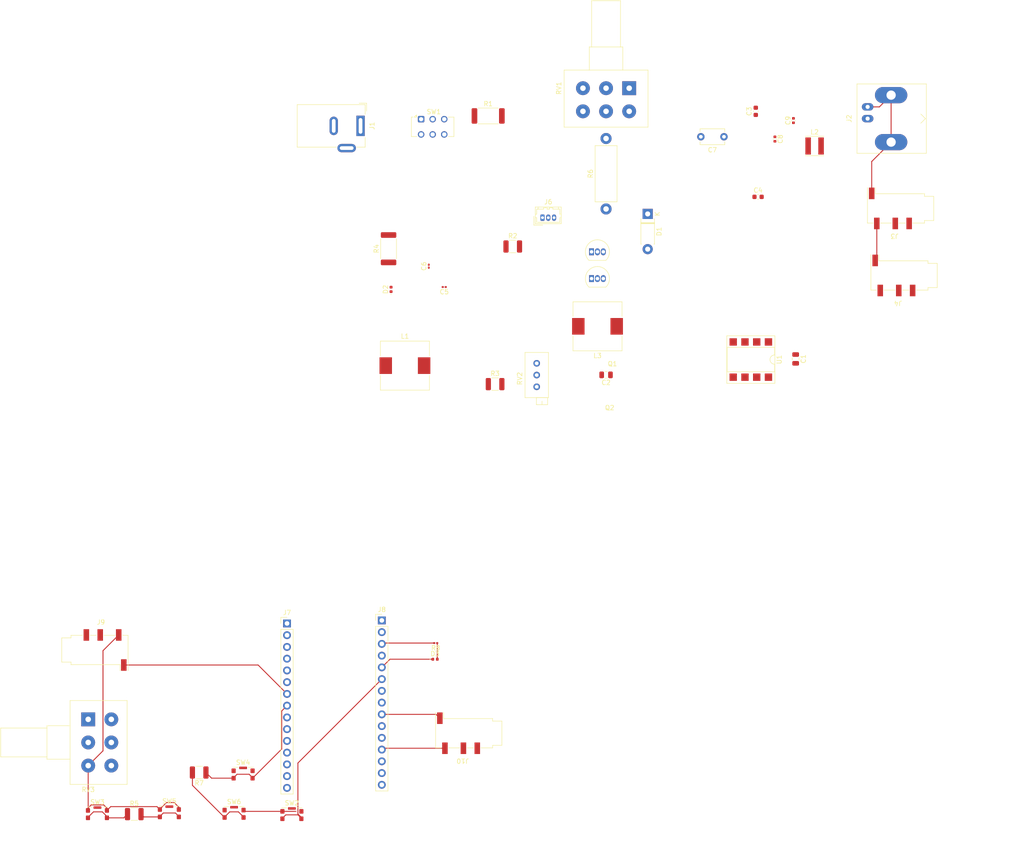
<source format=kicad_pcb>
(kicad_pcb (version 20240108) (generator "pcbnew") (generator_version "8.0")
  (layers (0 "F.Cu" signal) (31 "B.Cu" signal) (34 "B.Paste" user) (35 "F.Paste" user) (36 "B.SilkS" user "B.Silkscreen") (37 "F.SilkS" user "F.Silkscreen") (38 "B.Mask" user) (39 "F.Mask" user) (44 "Edge.Cuts" user))
  (net 0 "")
  (net 1 "Net-(C1-Pad2)")
  (net 2 "Net-(C1-Pad1)")
  (net 3 "Net-(C2-Pad2)")
  (net 4 "Net-(C2-Pad1)")
  (net 5 "Net-(D1-A)")
  (net 6 "Net-(D2-K)")
  (net 7 "Net-(U1-+)")
  (net 8 "Net-(Q1-B)")
  (net 9 "Net-(D2-A)")
  (net 10 "Net-(Q2-C)")
  (net 11 "Net-(C7-Pad1)")
  (net 12 "Net-(J2-In)")
  (net 13 "Net-(D1-K)")
  (net 14 "Net-(D3-A)")
  (net 15 "Net-(D3-K)")
  (net 16 "Net-(SW1A-B)")
  (net 17 "Net-(J7-Pin_8)")
  (net 23 "Net-(J7-Pin_6)")
  (net 29 "Net-(J7-Pin_7)")
  (net 33 "Net-(J8-Pin_9)")
  (net 36 "Net-(J8-Pin_6)")
  (net 38 "Net-(J8-Pin_3)")
  (net 39 "Net-(J8-Pin_12)")
  (net 46 "Net-(J9-PadG)")
  (net 47 "Net-(Q1-C)")
  (net 48 "Net-(R5-Pad2)")
  (net 49 "Net-(R5-Pad1)")
  (net 50 "Net-(R6-Pad2)")
  (net 51 "Net-(R7-Pad2)")
  (footprint "Button_Switch_SMD:SW_SPST_CK_KMS2xxGP" (layer "F.Cu") (at 110.55 191.925)
    (property "Reference" "SW6" (at 0 -2.6 0) (layer "F.SilkS"))
    (property "Value" "CK_KMS2xxGP")
    (pad "" np_thru_hole circle (at -0.975 0.75) (size 0.9 0.9) (drill 0.9) (layers "F&B.Cu" "*.Mask"))
    (pad "" np_thru_hole circle (at 0.975 0.75) (size 0.9 0.9) (drill 0.9) (layers "F&B.Cu" "*.Mask"))
    (pad "1" smd roundrect (at -2.05 -0.8) (size 0.9 1) (layers "F.Cu" "F.Paste" "F.Mask") (roundrect_rratio 0.15) (net 46 "Net-(J9-PadG)"))
    (pad "1" smd roundrect (at 2.05 -0.8) (size 0.9 1) (layers "F.Cu" "F.Paste" "F.Mask") (roundrect_rratio 0.15) (net 46 "Net-(J9-PadG)"))
    (pad "2" smd roundrect (at -2.05 0.8) (size 0.9 1) (layers "F.Cu" "F.Paste" "F.Mask") (roundrect_rratio 0.15) (net 51 "Net-(R7-Pad2)"))
    (pad "2" smd roundrect (at 2.05 0.8) (size 0.9 1) (layers "F.Cu" "F.Paste" "F.Mask") (roundrect_rratio 0.15) (net 51 "Net-(R7-Pad2)"))
    (pad "SH" smd roundrect (at 0 -1.425) (size 1.7 0.55) (layers "F.Cu" "F.Paste" "F.Mask") (roundrect_rratio 0.15))
  )
  (footprint "Resistor_SMD:R_1210_3225Metric" (layer "F.Cu") (at 170.82 69.235)
    (property "Reference" "R2" (at 0 -2.28 0) (layer "F.SilkS"))
    (property "Value" "R33k")
    (pad "1" smd roundrect (at -1.4625 0) (size 1.125 2.65) (layers "F.Cu" "F.Paste" "F.Mask") (roundrect_rratio 0.222222) (net 47 "Net-(Q1-C)"))
    (pad "2" smd roundrect (at 1.4625 0) (size 1.125 2.65) (layers "F.Cu" "F.Paste" "F.Mask") (roundrect_rratio 0.222222) (net 9 "Net-(D2-A)"))
  )
  (footprint "Capacitor_SMD:C_0805_2012Metric" (layer "F.Cu") (at 232 93.55 -90)
    (property "Reference" "C1" (at 0 -1.68 90) (layer "F.SilkS"))
    (property "Value" "C 10uF")
    (pad "1" smd roundrect (at -0.95 0 270) (size 1 1.45) (layers "F.Cu" "F.Paste" "F.Mask") (net 2 "Net-(C1-Pad1)"))
    (pad "2" smd roundrect (at 0.95 0 270) (size 1 1.45) (layers "F.Cu" "F.Paste" "F.Mask") (net 1 "Net-(C1-Pad2)"))
  )
  (footprint "Resistor_SMD:R_2512_6332Metric" (layer "F.Cu") (at 143.96 69.715 90)
    (property "Reference" "R4" (at 0 -2.62 90) (layer "F.SilkS"))
    (property "Value" "R")
    (pad "1" smd roundrect (at -2.9625 0 90) (size 1.225 3.35) (layers "F.Cu" "F.Paste" "F.Mask") (roundrect_rratio 0.204082) (net 9 "Net-(D2-A)"))
    (pad "2" smd roundrect (at 2.9625 0 90) (size 1.225 3.35) (layers "F.Cu" "F.Paste" "F.Mask") (roundrect_rratio 0.204082) (net 5 "Net-(D1-A)"))
  )
  (footprint "Resistor_SMD:R_2512_6332Metric" (layer "F.Cu") (at 165.5 41)
    (property "Reference" "R1" (at 0 -2.62 0) (layer "F.SilkS"))
    (property "Value" "R47k")
    (pad "1" smd roundrect (at -2.9625 0) (size 1.225 3.35) (layers "F.Cu" "F.Paste" "F.Mask") (roundrect_rratio 0.204082) (net 47 "Net-(Q1-C)"))
    (pad "2" smd roundrect (at 2.9625 0) (size 1.225 3.35) (layers "F.Cu" "F.Paste" "F.Mask") (roundrect_rratio 0.204082) (net 8 "Net-(Q1-B)"))
  )
  (footprint "LED_SMD:LED_0402_1005Metric" (layer "F.Cu") (at 154.015 158.5)
    (property "Reference" "D3" (at 0 -1.17 0) (layer "F.SilkS"))
    (property "Value" "LED")
    (pad "1" smd roundrect (at -0.485 0) (size 0.59 0.64) (layers "F.Cu" "F.Paste" "F.Mask") (net 15 "Net-(D3-K)"))
    (pad "2" smd roundrect (at 0.485 0) (size 0.59 0.64) (layers "F.Cu" "F.Paste" "F.Mask") (net 14 "Net-(D3-A)"))
  )
  (footprint "Potentiometer_THT:Potentiometer_Bourns_3296X_Horizontal" (layer "F.Cu") (at 176 94.5 90)
    (property "Reference" "RV2" (at -3.3 -3.66 90) (layer "F.SilkS"))
    (property "Value" "R_100ohm")
    (pad "1" thru_hole circle (at 0 0 90) (size 1.44 1.44) (drill 0.8) (layers "*.Cu" "*.Mask"))
    (pad "2" thru_hole circle (at -2.54 0 90) (size 1.44 1.44) (drill 0.8) (layers "*.Cu" "*.Mask") (net 3 "Net-(C2-Pad2)"))
    (pad "3" thru_hole circle (at -5.08 0 90) (size 1.44 1.44) (drill 0.8) (layers "*.Cu" "*.Mask") (net 5 "Net-(D1-A)"))
  )
  (footprint "Capacitor_SMD:C_0402_1005Metric" (layer "F.Cu") (at 227.52 46 -90)
    (property "Reference" "C8" (at 0 -1.16 90) (layer "F.SilkS"))
    (property "Value" "C_Small")
    (pad "1" smd roundrect (at -0.48 0 270) (size 0.56 0.62) (layers "F.Cu" "F.Paste" "F.Mask") (net 11 "Net-(C7-Pad1)"))
    (pad "2" smd roundrect (at 0.48 0 270) (size 0.56 0.62) (layers "F.Cu" "F.Paste" "F.Mask") (net 5 "Net-(D1-A)"))
  )
  (footprint "Potentiometer_THT:Potentiometer_Alps_RK163_Dual_Horizontal" (layer "F.Cu") (at 79 171.5)
    (property "Reference" "RV3" (at -0.000001 15.199999 180) (layer "F.SilkS"))
    (property "Value" "R_Potentiometer_10k")
    (pad "1" thru_hole rect (at 0 0 180) (size 3 3) (drill 1.2) (layers "*.Cu" "*.Mask"))
    (pad "2" thru_hole circle (at 0 5 180) (size 3 3) (drill 1.2) (layers "*.Cu" "*.Mask"))
    (pad "3" thru_hole circle (at 0 10 180) (size 3 3) (drill 1.2) (layers "*.Cu" "*.Mask") (net 46 "Net-(J9-PadG)"))
    (pad "4" thru_hole circle (at 5 0 180) (size 3 3) (drill 1.2) (layers "*.Cu" "*.Mask"))
    (pad "5" thru_hole circle (at 5 5 180) (size 3 3) (drill 1.2) (layers "*.Cu" "*.Mask"))
    (pad "6" thru_hole circle (at 5 10 180) (size 3 3) (drill 1.2) (layers "*.Cu" "*.Mask"))
  )
  (footprint "Button_Switch_SMD:SW_SPST_CK_KMS2xxGP" (layer "F.Cu") (at 112.5 183.425)
    (property "Reference" "SW4" (at 0 -2.6 0) (layer "F.SilkS"))
    (property "Value" "CK_KMS2xxGP")
    (pad "" np_thru_hole circle (at -0.975 0.75) (size 0.9 0.9) (drill 0.9) (layers "F&B.Cu" "*.Mask"))
    (pad "" np_thru_hole circle (at 0.975 0.75) (size 0.9 0.9) (drill 0.9) (layers "F&B.Cu" "*.Mask"))
    (pad "1" smd roundrect (at -2.05 -0.8) (size 0.9 1) (layers "F.Cu" "F.Paste" "F.Mask") (roundrect_rratio 0.15) (net 46 "Net-(J9-PadG)"))
    (pad "1" smd roundrect (at 2.05 -0.8) (size 0.9 1) (layers "F.Cu" "F.Paste" "F.Mask") (roundrect_rratio 0.15) (net 46 "Net-(J9-PadG)"))
    (pad "2" smd roundrect (at -2.05 0.8) (size 0.9 1) (layers "F.Cu" "F.Paste" "F.Mask") (roundrect_rratio 0.15) (net 17 "Net-(J7-Pin_8)"))
    (pad "2" smd roundrect (at 2.05 0.8) (size 0.9 1) (layers "F.Cu" "F.Paste" "F.Mask") (roundrect_rratio 0.15) (net 17 "Net-(J7-Pin_8)"))
    (pad "SH" smd roundrect (at 0 -1.425) (size 1.7 0.55) (layers "F.Cu" "F.Paste" "F.Mask") (roundrect_rratio 0.15))
  )
  (footprint "Inductor_SMD:L_10.4x10.4_H4.8" (layer "F.Cu") (at 147.5 95)
    (property "Reference" "L1" (at 0 -6.35 0) (layer "F.SilkS"))
    (property "Value" "L_100uH")
    (pad "1" smd rect (at -4.15 0) (size 2.7 3.6) (layers "F.Cu" "F.Paste" "F.Mask") (net 9 "Net-(D2-A)"))
    (pad "2" smd rect (at 4.15 0) (size 2.7 3.6) (layers "F.Cu" "F.Paste" "F.Mask") (net 6 "Net-(D2-K)"))
  )
  (footprint "Resistor_SMD:R_0201_0603Metric" (layer "F.Cu") (at 154.155 155 180)
    (property "Reference" "R8" (at 0 -1.05 360) (layer "F.SilkS"))
    (property "Value" "R_Small")
    (pad "1" smd roundrect (at -0.32 0 180) (size 0.46 0.4) (layers "F.Cu" "F.Mask") (net 14 "Net-(D3-A)"))
    (pad "2" smd roundrect (at 0.32 0 180) (size 0.46 0.4) (layers "F.Cu" "F.Mask") (net 38 "Net-(J8-Pin_3)"))
  )
  (footprint "Capacitor_SMD:C_0805_2012Metric" (layer "F.Cu") (at 191 97 180)
    (property "Reference" "C2" (at 0 -1.68 360) (layer "F.SilkS"))
    (property "Value" "C 10uF")
    (pad "1" smd roundrect (at -0.95 0 180) (size 1 1.45) (layers "F.Cu" "F.Paste" "F.Mask") (net 4 "Net-(C2-Pad1)"))
    (pad "2" smd roundrect (at 0.95 0 180) (size 1 1.45) (layers "F.Cu" "F.Paste" "F.Mask") (net 3 "Net-(C2-Pad2)"))
  )
  (footprint "Connector_Audio:Jack_3.5mm_KoreanHropartsElec_PJ-320D-4A_Horizontal" (layer "F.Cu") (at 254.15 75.5 180)
    (property "Reference" "J4" (at 0 -6 180) (layer "F.SilkS"))
    (property "Value" "AudioJack3_Ground")
    (pad "" np_thru_hole circle (at -4.75 0 180) (size 1.6 1.6) (drill 1.6) (layers "F&B.Cu" "*.Mask"))
    (pad "" np_thru_hole circle (at 2.25 0 180) (size 1.6 1.6) (drill 1.6) (layers "F&B.Cu" "*.Mask"))
    (pad "R1" smd rect (at -0.15 -3.25 180) (size 1.2 2.5) (layers "F.Cu" "F.Paste" "F.Mask"))
    (pad "R2" smd rect (at -3.15 -3.25 180) (size 1.2 2.5) (layers "F.Cu" "F.Paste" "F.Mask"))
    (pad "S" smd rect (at 4.95 3.25 180) (size 1.2 2.5) (layers "F.Cu" "F.Paste" "F.Mask") (net 5 "Net-(D1-A)"))
    (pad "T" smd rect (at 3.85 -3.25 180) (size 1.2 2.5) (layers "F.Cu" "F.Paste" "F.Mask") (net 6 "Net-(D2-K)"))
  )
  (footprint "Button_Switch_SMD:SW_SPST_CK_KMS2xxGP" (layer "F.Cu") (at 123.05 192.2)
    (property "Reference" "SW2" (at 0 -2.6 360) (layer "F.SilkS"))
    (property "Value" "CK_KMS2xxGP")
    (pad "" np_thru_hole circle (at -0.975 0.75) (size 0.9 0.9) (drill 0.9) (layers "F&B.Cu" "*.Mask"))
    (pad "" np_thru_hole circle (at 0.975 0.75) (size 0.9 0.9) (drill 0.9) (layers "F&B.Cu" "*.Mask"))
    (pad "1" smd roundrect (at -2.05 -0.8) (size 0.9 1) (layers "F.Cu" "F.Paste" "F.Mask") (roundrect_rratio 0.15) (net 46 "Net-(J9-PadG)"))
    (pad "1" smd roundrect (at 2.05 -0.8) (size 0.9 1) (layers "F.Cu" "F.Paste" "F.Mask") (roundrect_rratio 0.15) (net 46 "Net-(J9-PadG)"))
    (pad "2" smd roundrect (at -2.05 0.8) (size 0.9 1) (layers "F.Cu" "F.Paste" "F.Mask") (roundrect_rratio 0.15) (net 36 "Net-(J8-Pin_6)"))
    (pad "2" smd roundrect (at 2.05 0.8) (size 0.9 1) (layers "F.Cu" "F.Paste" "F.Mask") (roundrect_rratio 0.15) (net 36 "Net-(J8-Pin_6)"))
    (pad "SH" smd roundrect (at 0 -1.425) (size 1.7 0.55) (layers "F.Cu" "F.Paste" "F.Mask") (roundrect_rratio 0.15))
  )
  (footprint "Connector_Audio:Jack_3.5mm_KoreanHropartsElec_PJ-320D-4A_Horizontal" (layer "F.Cu") (at 160 174.5 180)
    (property "Reference" "J10" (at 0 -6 180) (layer "F.SilkS"))
    (property "Value" "AudioJack3_Radio")
    (pad "" np_thru_hole circle (at -4.75 0 180) (size 1.6 1.6) (drill 1.6) (layers "F&B.Cu" "*.Mask"))
    (pad "" np_thru_hole circle (at 2.25 0 180) (size 1.6 1.6) (drill 1.6) (layers "F&B.Cu" "*.Mask"))
    (pad "R1" smd rect (at -0.15 -3.25 180) (size 1.2 2.5) (layers "F.Cu" "F.Paste" "F.Mask"))
    (pad "R2" smd rect (at -3.15 -3.25 180) (size 1.2 2.5) (layers "F.Cu" "F.Paste" "F.Mask"))
    (pad "S" smd rect (at 4.95 3.25 180) (size 1.2 2.5) (layers "F.Cu" "F.Paste" "F.Mask") (net 33 "Net-(J8-Pin_9)"))
    (pad "T" smd rect (at 3.85 -3.25 180) (size 1.2 2.5) (layers "F.Cu" "F.Paste" "F.Mask") (net 39 "Net-(J8-Pin_12)"))
  )
  (footprint "Inductor_SMD:L_10.4x10.4_H4.8" (layer "F.Cu") (at 189.15 86.5 180)
    (property "Reference" "L3" (at 0 -6.35 360) (layer "F.SilkS"))
    (property "Value" "L")
    (pad "1" smd rect (at -4.15 0 180) (size 2.7 3.6) (layers "F.Cu" "F.Paste" "F.Mask") (net 9 "Net-(D2-A)"))
    (pad "2" smd rect (at 4.15 0 180) (size 2.7 3.6) (layers "F.Cu" "F.Paste" "F.Mask") (net 10 "Net-(Q2-C)"))
  )
  (footprint "Resistor_SMD:R_1210_3225Metric" (layer "F.Cu") (at 103 183 180)
    (property "Reference" "R7" (at 0 -2.28 360) (layer "F.SilkS"))
    (property "Value" "R10K")
    (pad "1" smd roundrect (at -1.4625 0 180) (size 1.125 2.65) (layers "F.Cu" "F.Paste" "F.Mask") (roundrect_rratio 0.222222) (net 17 "Net-(J7-Pin_8)"))
    (pad "2" smd roundrect (at 1.4625 0 180) (size 1.125 2.65) (layers "F.Cu" "F.Paste" "F.Mask") (roundrect_rratio 0.222222) (net 51 "Net-(R7-Pad2)"))
  )
  (footprint "Capacitor_SMD:C_0603_1608Metric" (layer "F.Cu") (at 223.875 58.5)
    (property "Reference" "C4" (at 0 -1.43 0) (layer "F.SilkS"))
    (property "Value" "C0.1uF")
    (pad "1" smd roundrect (at -0.775 0) (size 0.9 0.95) (layers "F.Cu" "F.Paste" "F.Mask") (net 6 "Net-(D2-K)"))
    (pad "2" smd roundrect (at 0.775 0) (size 0.9 0.95) (layers "F.Cu" "F.Paste" "F.Mask") (net 7 "Net-(U1-+)"))
  )
  (footprint "Package_TO_SOT_THT:TO-92_Inline" (layer "F.Cu") (at 187.86 70.385)
    (property "Reference" "Q1" (at 4.52 24.23 180) (layer "F.SilkS"))
    (property "Value" "9013")
    (pad "1" thru_hole rect (at 0 0) (size 1.05 1.5) (drill 0.75) (layers "*.Cu" "*.Mask") (net 47 "Net-(Q1-C)"))
    (pad "2" thru_hole oval (at 1.27 0) (size 1.05 1.5) (drill 0.75) (layers "*.Cu" "*.Mask") (net 9 "Net-(D2-A)"))
    (pad "3" thru_hole oval (at 2.54 0) (size 1.05 1.5) (drill 0.75) (layers "*.Cu" "*.Mask") (net 8 "Net-(Q1-B)"))
  )
  (footprint "Inductor_SMD:L_Taiyo-Yuden_MD-4040" (layer "F.Cu") (at 236.1 47.5)
    (property "Reference" "L2" (at 0 -3 0) (layer "F.SilkS"))
    (property "Value" "1uH")
    (pad "1" smd rect (at -1.4 0) (size 1.2 3.7) (layers "F.Cu" "F.Paste" "F.Mask") (net 11 "Net-(C7-Pad1)"))
    (pad "2" smd rect (at 1.4 0) (size 1.2 3.7) (layers "F.Cu" "F.Paste" "F.Mask") (net 12 "Net-(J2-In)"))
  )
  (footprint "Connector_Audio:Jack_3.5mm_KoreanHropartsElec_PJ-320D-4A_Horizontal" (layer "F.Cu") (at 253.4 61 180)
    (property "Reference" "J3" (at 0 -6 180) (layer "F.SilkS"))
    (property "Value" "AudioJack3_Ground")
    (pad "" np_thru_hole circle (at -4.75 0 180) (size 1.6 1.6) (drill 1.6) (layers "F&B.Cu" "*.Mask"))
    (pad "" np_thru_hole circle (at 2.25 0 180) (size 1.6 1.6) (drill 1.6) (layers "F&B.Cu" "*.Mask"))
    (pad "R1" smd rect (at -0.15 -3.25 180) (size 1.2 2.5) (layers "F.Cu" "F.Paste" "F.Mask"))
    (pad "R2" smd rect (at -3.15 -3.25 180) (size 1.2 2.5) (layers "F.Cu" "F.Paste" "F.Mask"))
    (pad "S" smd rect (at 4.95 3.25 180) (size 1.2 2.5) (layers "F.Cu" "F.Paste" "F.Mask") (net 5 "Net-(D1-A)"))
    (pad "T" smd rect (at 3.85 -3.25 180) (size 1.2 2.5) (layers "F.Cu" "F.Paste" "F.Mask") (net 5 "Net-(D1-A)"))
  )
  (footprint "Button_Switch_SMD:SW_SPST_CK_KMS2xxGP" (layer "F.Cu") (at 96.55 191.8)
    (property "Reference" "SW5" (at 0 -2.6 360) (layer "F.SilkS"))
    (property "Value" "CK_KMS2xxGP")
    (pad "" np_thru_hole circle (at -0.975 0.75) (size 0.9 0.9) (drill 0.9) (layers "F&B.Cu" "*.Mask"))
    (pad "" np_thru_hole circle (at 0.975 0.75) (size 0.9 0.9) (drill 0.9) (layers "F&B.Cu" "*.Mask"))
    (pad "1" smd roundrect (at -2.05 -0.8) (size 0.9 1) (layers "F.Cu" "F.Paste" "F.Mask") (roundrect_rratio 0.15) (net 46 "Net-(J9-PadG)"))
    (pad "1" smd roundrect (at 2.05 -0.8) (size 0.9 1) (layers "F.Cu" "F.Paste" "F.Mask") (roundrect_rratio 0.15) (net 46 "Net-(J9-PadG)"))
    (pad "2" smd roundrect (at -2.05 0.8) (size 0.9 1) (layers "F.Cu" "F.Paste" "F.Mask") (roundrect_rratio 0.15) (net 48 "Net-(R5-Pad2)"))
    (pad "2" smd roundrect (at 2.05 0.8) (size 0.9 1) (layers "F.Cu" "F.Paste" "F.Mask") (roundrect_rratio 0.15) (net 48 "Net-(R5-Pad2)"))
    (pad "SH" smd roundrect (at 0 -1.425) (size 1.7 0.55) (layers "F.Cu" "F.Paste" "F.Mask") (roundrect_rratio 0.15))
  )
  (footprint "Button_Switch_SMD:SW_SPST_CK_KMS2xxGP" (layer "F.Cu") (at 81 192)
    (property "Reference" "SW3" (at 0 -2.6 0) (layer "F.SilkS"))
    (property "Value" "CK_KMS2xxGP")
    (pad "" np_thru_hole circle (at -0.975 0.75) (size 0.9 0.9) (drill 0.9) (layers "F&B.Cu" "*.Mask"))
    (pad "" np_thru_hole circle (at 0.975 0.75) (size 0.9 0.9) (drill 0.9) (layers "F&B.Cu" "*.Mask"))
    (pad "1" smd roundrect (at -2.05 -0.8) (size 0.9 1) (layers "F.Cu" "F.Paste" "F.Mask") (roundrect_rratio 0.15) (net 46 "Net-(J9-PadG)"))
    (pad "1" smd roundrect (at 2.05 -0.8) (size 0.9 1) (layers "F.Cu" "F.Paste" "F.Mask") (roundrect_rratio 0.15) (net 46 "Net-(J9-PadG)"))
    (pad "2" smd roundrect (at -2.05 0.8) (size 0.9 1) (layers "F.Cu" "F.Paste" "F.Mask") (roundrect_rratio 0.15) (net 49 "Net-(R5-Pad1)"))
    (pad "2" smd roundrect (at 2.05 0.8) (size 0.9 1) (layers "F.Cu" "F.Paste" "F.Mask") (roundrect_rratio 0.15) (net 49 "Net-(R5-Pad1)"))
    (pad "SH" smd roundrect (at 0 -1.425) (size 1.7 0.55) (layers "F.Cu" "F.Paste" "F.Mask") (roundrect_rratio 0.15))
  )
  (footprint "Button_Switch_THT:SW_CK_JS202011CQN_DPDT_Straight" (layer "F.Cu") (at 151 41.7)
    (property "Reference" "SW1" (at 2.75 -1.6 0) (layer "F.SilkS"))
    (property "Value" "SW_DPDT_x2")
    (pad "1" thru_hole roundrect (at 0 0) (size 1.4 1.4) (drill 0.9) (layers "*.Cu" "*.Mask") (roundrect_rratio 0.1785714286))
    (pad "2" thru_hole circle (at 2.5 0) (size 1.4 1.4) (drill 0.9) (layers "*.Cu" "*.Mask") (net 16 "Net-(SW1A-B)"))
    (pad "3" thru_hole circle (at 5 0) (size 1.4 1.4) (drill 0.9) (layers "*.Cu" "*.Mask") (net 47 "Net-(Q1-C)"))
    (pad "4" thru_hole circle (at 5 3.3) (size 1.4 1.4) (drill 0.9) (layers "*.Cu" "*.Mask"))
    (pad "5" thru_hole circle (at 2.5 3.3) (size 1.4 1.4) (drill 0.9) (layers "*.Cu" "*.Mask"))
    (pad "6" thru_hole circle (at 0 3.3) (size 1.4 1.4) (drill 0.9) (layers "*.Cu" "*.Mask"))
  )
  (footprint "Capacitor_SMD:C_0201_0603Metric" (layer "F.Cu") (at 156 78 180)
    (property "Reference" "C5" (at 0 -1.05 0) (layer "F.SilkS"))
    (property "Value" "C100p")
    (pad "1" smd roundrect (at -0.32 0 180) (size 0.46 0.4) (layers "F.Cu" "F.Mask") (net 8 "Net-(Q1-B)"))
    (pad "2" smd roundrect (at 0.32 0 180) (size 0.46 0.4) (layers "F.Cu" "F.Mask") (net 9 "Net-(D2-A)"))
  )
  (footprint "Connector_PinHeader_2.54mm:PinHeader_1x15_P2.54mm_Vertical" (layer "F.Cu") (at 142.5 150.1)
    (property "Reference" "J8" (at 0 -2.33 0) (layer "F.SilkS"))
    (property "Value" "Conn_01x15_PinRight")
    (pad "1" thru_hole rect (at 0 0) (size 1.7 1.7) (drill 1) (layers "*.Cu" "*.Mask"))
    (pad "2" thru_hole oval (at 0 2.54) (size 1.7 1.7) (drill 1) (layers "*.Cu" "*.Mask"))
    (pad "3" thru_hole oval (at 0 5.08) (size 1.7 1.7) (drill 1) (layers "*.Cu" "*.Mask") (net 38 "Net-(J8-Pin_3)"))
    (pad "4" thru_hole oval (at 0 7.62) (size 1.7 1.7) (drill 1) (layers "*.Cu" "*.Mask"))
    (pad "5" thru_hole oval (at 0 10.16) (size 1.7 1.7) (drill 1) (layers "*.Cu" "*.Mask") (net 15 "Net-(D3-K)"))
    (pad "6" thru_hole oval (at 0 12.7) (size 1.7 1.7) (drill 1) (layers "*.Cu" "*.Mask") (net 36 "Net-(J8-Pin_6)"))
    (pad "7" thru_hole oval (at 0 15.24) (size 1.7 1.7) (drill 1) (layers "*.Cu" "*.Mask"))
    (pad "8" thru_hole oval (at 0 17.78) (size 1.7 1.7) (drill 1) (layers "*.Cu" "*.Mask"))
    (pad "9" thru_hole oval (at 0 20.32) (size 1.7 1.7) (drill 1) (layers "*.Cu" "*.Mask") (net 33 "Net-(J8-Pin_9)"))
    (pad "10" thru_hole oval (at 0 22.86) (size 1.7 1.7) (drill 1) (layers "*.Cu" "*.Mask"))
    (pad "11" thru_hole oval (at 0 25.4) (size 1.7 1.7) (drill 1) (layers "*.Cu" "*.Mask"))
    (pad "12" thru_hole oval (at 0 27.94) (size 1.7 1.7) (drill 1) (layers "*.Cu" "*.Mask") (net 39 "Net-(J8-Pin_12)"))
    (pad "13" thru_hole oval (at 0 30.48) (size 1.7 1.7) (drill 1) (layers "*.Cu" "*.Mask"))
    (pad "14" thru_hole oval (at 0 33.02) (size 1.7 1.7) (drill 1) (layers "*.Cu" "*.Mask"))
    (pad "15" thru_hole oval (at 0 35.56) (size 1.7 1.7) (drill 1) (layers "*.Cu" "*.Mask"))
  )
  (footprint "Resistor_SMD:R_1210_3225Metric" (layer "F.Cu") (at 88.9625 192)
    (property "Reference" "R5" (at 0 -2.28 0) (layer "F.SilkS"))
    (property "Value" "R10K")
    (pad "1" smd roundrect (at -1.4625 0) (size 1.125 2.65) (layers "F.Cu" "F.Paste" "F.Mask") (roundrect_rratio 0.222222) (net 49 "Net-(R5-Pad1)"))
    (pad "2" smd roundrect (at 1.4625 0) (size 1.125 2.65) (layers "F.Cu" "F.Paste" "F.Mask") (roundrect_rratio 0.222222) (net 48 "Net-(R5-Pad2)"))
  )
  (footprint "Capacitor_SMD:C_0603_1608Metric" (layer "F.Cu") (at 223.375 40 90)
    (property "Reference" "C3" (at 0 -1.43 90) (layer "F.SilkS"))
    (property "Value" "C0.1uF")
    (pad "1" smd roundrect (at -0.775 0 90) (size 0.9 0.95) (layers "F.Cu" "F.Paste" "F.Mask") (net 6 "Net-(D2-K)"))
    (pad "2" smd roundrect (at 0.775 0 90) (size 0.9 0.95) (layers "F.Cu" "F.Paste" "F.Mask") (net 5 "Net-(D1-A)"))
  )
  (footprint "Connector_Audio:Jack_3.5mm_KoreanHropartsElec_PJ-320D-4A_Horizontal" (layer "F.Cu") (at 81.75 156.5)
    (property "Reference" "J9" (at 0 -6 0) (layer "F.SilkS"))
    (property "Value" "AudioJack3_Key")
    (pad "" np_thru_hole circle (at -4.75 0) (size 1.6 1.6) (drill 1.6) (layers "F&B.Cu" "*.Mask"))
    (pad "" np_thru_hole circle (at 2.25 0) (size 1.6 1.6) (drill 1.6) (layers "F&B.Cu" "*.Mask"))
    (pad "R1" smd rect (at -0.15 -3.25) (size 1.2 2.5) (layers "F.Cu" "F.Paste" "F.Mask"))
    (pad "R2" smd rect (at -3.15 -3.25) (size 1.2 2.5) (layers "F.Cu" "F.Paste" "F.Mask"))
    (pad "S" smd rect (at 4.95 3.25) (size 1.2 2.5) (layers "F.Cu" "F.Paste" "F.Mask") (net 29 "Net-(J7-Pin_7)"))
    (pad "T" smd rect (at 3.85 -3.25) (size 1.2 2.5) (layers "F.Cu" "F.Paste" "F.Mask") (net 46 "Net-(J9-PadG)"))
  )
  (footprint "Connector_Hirose:Hirose_DF13-03P-1.25DSA_1x03_P1.25mm_Vertical" (layer "F.Cu") (at 177.25 63)
    (property "Reference" "J6" (at 1.25 -3.4 0) (layer "F.SilkS"))
    (property "Value" "Conn_01x03_Pin")
    (pad "1" thru_hole roundrect (at 0 0) (size 0.9 1.4) (drill 0.6) (layers "*.Cu" "*.Mask") (net 13 "Net-(D1-K)"))
    (pad "2" thru_hole oval (at 1.25 0) (size 0.9 1.4) (drill 0.6) (layers "*.Cu" "*.Mask") (net 13 "Net-(D1-K)"))
    (pad "3" thru_hole oval (at 2.5 0) (size 0.9 1.4) (drill 0.6) (layers "*.Cu" "*.Mask") (net 13 "Net-(D1-K)"))
  )
  (footprint "Capacitor_THT:C_Disc_D5.1mm_W3.2mm_P5.00mm" (layer "F.Cu") (at 216.5 45.5 180)
    (property "Reference" "C7" (at 2.5 -2.85 0) (layer "F.SilkS"))
    (property "Value" "C0.01uF")
    (pad "1" thru_hole circle (at 0 0 180) (size 1.6 1.6) (drill 0.8) (layers "*.Cu" "*.Mask") (net 11 "Net-(C7-Pad1)"))
    (pad "2" thru_hole circle (at 5 0 180) (size 1.6 1.6) (drill 0.8) (layers "*.Cu" "*.Mask") (net 10 "Net-(Q2-C)"))
  )
  (footprint "Diode_THT:D_DO-41_SOD81_P7.62mm_Horizontal" (layer "F.Cu") (at 200 62.19 -90)
    (property "Reference" "D1" (at 3.81 -2.47 90) (layer "F.SilkS"))
    (property "Value" "D_C145491")
    (fp_text user "K" (at 0 -2.1 90) (layer "F.SilkS"))
    (pad "1" thru_hole rect (at 0 0 270) (size 2.2 2.2) (drill 1.1) (layers "*.Cu" "*.Mask") (net 13 "Net-(D1-K)"))
    (pad "2" thru_hole oval (at 7.62 0 270) (size 2.2 2.2) (drill 1.1) (layers "*.Cu" "*.Mask") (net 5 "Net-(D1-A)"))
  )
  (footprint "Connector_Coaxial:BNC_Amphenol_B6252HB-NPP3G-50_Horizontal" (layer "F.Cu") (at 247.57 41.58 -90)
    (property "Reference" "J2" (at 0 4 90) (layer "F.SilkS"))
    (property "Value" "Conn_Coaxial")
    (pad "1" thru_hole oval (at 0 0 270) (size 1.6 2.5) (drill 0.89) (layers "*.Cu" "*.Mask") (net 12 "Net-(J2-In)"))
    (pad "2" thru_hole oval (at -5.08 -5.08 270) (size 3.5 7) (drill 2.01) (layers "*.Cu" "*.Mask") (net 5 "Net-(D1-A)"))
    (pad "2" thru_hole oval (at -2.54 0 270) (size 1.6 2.5) (drill 0.89) (layers "*.Cu" "*.Mask") (net 5 "Net-(D1-A)"))
    (pad "2" thru_hole oval (at 5.08 -5.08 270) (size 3.5 7) (drill 2.01) (layers "*.Cu" "*.Mask") (net 5 "Net-(D1-A)"))
  )
  (footprint "Connector_PinHeader_2.54mm:PinHeader_1x15_P2.54mm_Vertical" (layer "F.Cu") (at 122 150.76)
    (property "Reference" "J7" (at 0 -2.33 0) (layer "F.SilkS"))
    (property "Value" "Conn_01x15_PinLeft")
    (pad "1" thru_hole rect (at 0 0) (size 1.7 1.7) (drill 1) (layers "*.Cu" "*.Mask"))
    (pad "2" thru_hole oval (at 0 2.54) (size 1.7 1.7) (drill 1) (layers "*.Cu" "*.Mask"))
    (pad "3" thru_hole oval (at 0 5.08) (size 1.7 1.7) (drill 1) (layers "*.Cu" "*.Mask"))
    (pad "4" thru_hole oval (at 0 7.62) (size 1.7 1.7) (drill 1) (layers "*.Cu" "*.Mask"))
    (pad "5" thru_hole oval (at 0 10.16) (size 1.7 1.7) (drill 1) (layers "*.Cu" "*.Mask"))
    (pad "6" thru_hole oval (at 0 12.7) (size 1.7 1.7) (drill 1) (layers "*.Cu" "*.Mask") (net 23 "Net-(J7-Pin_6)"))
    (pad "7" thru_hole oval (at 0 15.24) (size 1.7 1.7) (drill 1) (layers "*.Cu" "*.Mask") (net 29 "Net-(J7-Pin_7)"))
    (pad "8" thru_hole oval (at 0 17.78) (size 1.7 1.7) (drill 1) (layers "*.Cu" "*.Mask") (net 17 "Net-(J7-Pin_8)"))
    (pad "9" thru_hole oval (at 0 20.32) (size 1.7 1.7) (drill 1) (layers "*.Cu" "*.Mask"))
    (pad "10" thru_hole oval (at 0 22.86) (size 1.7 1.7) (drill 1) (layers "*.Cu" "*.Mask"))
    (pad "11" thru_hole oval (at 0 25.4) (size 1.7 1.7) (drill 1) (layers "*.Cu" "*.Mask"))
    (pad "12" thru_hole oval (at 0 27.94) (size 1.7 1.7) (drill 1) (layers "*.Cu" "*.Mask"))
    (pad "13" thru_hole oval (at 0 30.48) (size 1.7 1.7) (drill 1) (layers "*.Cu" "*.Mask"))
    (pad "14" thru_hole oval (at 0 33.02) (size 1.7 1.7) (drill 1) (layers "*.Cu" "*.Mask"))
    (pad "15" thru_hole oval (at 0 35.56) (size 1.7 1.7) (drill 1) (layers "*.Cu" "*.Mask"))
  )
  (footprint "Resistor_THT:R_Axial_DIN0414_L11.9mm_D4.5mm_P15.24mm_Horizontal" (layer "F.Cu") (at 191 61.12 90)
    (property "Reference" "R6" (at 7.62 -3.37 90) (layer "F.SilkS"))
    (property "Value" "R100k")
    (pad "1" thru_hole circle (at 0 0 90) (size 2.4 2.4) (drill 1.2) (layers "*.Cu" "*.Mask") (net 13 "Net-(D1-K)"))
    (pad "2" thru_hole oval (at 15.24 0 90) (size 2.4 2.4) (drill 1.2) (layers "*.Cu" "*.Mask") (net 50 "Net-(R6-Pad2)"))
  )
  (footprint "Capacitor_SMD:C_0201_0603Metric" (layer "F.Cu") (at 152.655 73.5 90)
    (property "Reference" "C6" (at 0 -1.05 90) (layer "F.SilkS"))
    (property "Value" "C100p")
    (pad "1" smd roundrect (at -0.32 0 90) (size 0.46 0.4) (layers "F.Cu" "F.Mask") (net 8 "Net-(Q1-B)"))
    (pad "2" smd roundrect (at 0.32 0 90) (size 0.46 0.4) (layers "F.Cu" "F.Mask") (net 5 "Net-(D1-A)"))
  )
  (footprint "Connector_BarrelJack:BarrelJack_Wuerth_6941xx301002" (layer "F.Cu") (at 137.9 43.15 -90)
    (property "Reference" "J1" (at 0 -2.5 90) (layer "F.SilkS"))
    (property "Value" "Barrel_Jack_MountingPin")
    (pad "1" thru_hole rect (at 0 0 270) (size 4.4 1.8) (drill oval 3.4 0.8) (layers "*.Cu" "*.Mask") (net 16 "Net-(SW1A-B)"))
    (pad "2" thru_hole oval (at 0 5.8 270) (size 4 1.8) (drill oval 3 0.8) (layers "*.Cu" "*.Mask") (net 5 "Net-(D1-A)"))
    (pad "3" thru_hole oval (at 4.8 3) (size 4 1.8) (drill oval 3 0.8) (layers "*.Cu" "*.Mask"))
  )
  (footprint "Resistor_SMD:R_1210_3225Metric" (layer "F.Cu") (at 167 99)
    (property "Reference" "R3" (at 0 -2.28 0) (layer "F.SilkS"))
    (property "Value" "R10K")
    (pad "1" smd roundrect (at -1.4625 0) (size 1.125 2.65) (layers "F.Cu" "F.Paste" "F.Mask") (roundrect_rratio 0.222222) (net 6 "Net-(D2-K)"))
    (pad "2" smd roundrect (at 1.4625 0) (size 1.125 2.65) (layers "F.Cu" "F.Paste" "F.Mask") (roundrect_rratio 0.222222) (net 5 "Net-(D1-A)"))
  )
  (footprint "Package_DIP:DIP-8_W7.62mm_SMDSocket_SmallPads" (layer "F.Cu") (at 222.31 93.69 -90)
    (property "Reference" "U1" (at 0 -6.14 90) (layer "F.SilkS"))
    (property "Value" "LM386")
    (pad "1" smd rect (at -3.81 -3.81 270) (size 1.6 1.6) (layers "F.Cu" "F.Paste" "F.Mask") (net 2 "Net-(C1-Pad1)"))
    (pad "2" smd rect (at -3.81 -1.27 270) (size 1.6 1.6) (layers "F.Cu" "F.Paste" "F.Mask") (net 5 "Net-(D1-A)"))
    (pad "3" smd rect (at -3.81 1.27 270) (size 1.6 1.6) (layers "F.Cu" "F.Paste" "F.Mask") (net 7 "Net-(U1-+)"))
    (pad "4" smd rect (at -3.81 3.81 270) (size 1.6 1.6) (layers "F.Cu" "F.Paste" "F.Mask") (net 5 "Net-(D1-A)"))
    (pad "5" smd rect (at 3.81 3.81 270) (size 1.6 1.6) (layers "F.Cu" "F.Paste" "F.Mask") (net 4 "Net-(C2-Pad1)"))
    (pad "6" smd rect (at 3.81 1.27 270) (size 1.6 1.6) (layers "F.Cu" "F.Paste" "F.Mask"))
    (pad "7" smd rect (at 3.81 -1.27 270) (size 1.6 1.6) (layers "F.Cu" "F.Paste" "F.Mask"))
    (pad "8" smd rect (at 3.81 -3.81 270) (size 1.6 1.6) (layers "F.Cu" "F.Paste" "F.Mask") (net 1 "Net-(C1-Pad2)"))
  )
  (footprint "Potentiometer_THT:Potentiometer_Alps_RK163_Dual_Horizontal" (layer "F.Cu") (at 196 35 -90)
    (property "Reference" "RV1" (at -0.000001 15.199999 90) (layer "F.SilkS"))
    (property "Value" "R_Pot50k")
    (pad "1" thru_hole rect (at 0 0 90) (size 3 3) (drill 1.2) (layers "*.Cu" "*.Mask") (net 5 "Net-(D1-A)"))
    (pad "2" thru_hole circle (at 0 5 90) (size 3 3) (drill 1.2) (layers "*.Cu" "*.Mask") (net 50 "Net-(R6-Pad2)"))
    (pad "3" thru_hole circle (at 0 10 90) (size 3 3) (drill 1.2) (layers "*.Cu" "*.Mask") (net 6 "Net-(D2-K)"))
    (pad "4" thru_hole circle (at 5 0 90) (size 3 3) (drill 1.2) (layers "*.Cu" "*.Mask"))
    (pad "5" thru_hole circle (at 5 5 90) (size 3 3) (drill 1.2) (layers "*.Cu" "*.Mask"))
    (pad "6" thru_hole circle (at 5 10 90) (size 3 3) (drill 1.2) (layers "*.Cu" "*.Mask"))
  )
  (footprint "LED_SMD:LED_0402_1005Metric" (layer "F.Cu") (at 144.5 78.515 90)
    (property "Reference" "D2" (at 0 -1.17 90) (layer "F.SilkS"))
    (property "Value" "LED")
    (pad "1" smd roundrect (at -0.485 0 90) (size 0.59 0.64) (layers "F.Cu" "F.Paste" "F.Mask") (net 6 "Net-(D2-K)"))
    (pad "2" smd roundrect (at 0.485 0 90) (size 0.59 0.64) (layers "F.Cu" "F.Paste" "F.Mask") (net 9 "Net-(D2-A)"))
  )
  (footprint "Capacitor_SMD:C_0402_1005Metric" (layer "F.Cu") (at 231.52 42 90)
    (property "Reference" "C9" (at 0 -1.16 90) (layer "F.SilkS"))
    (property "Value" "C_Small")
    (pad "1" smd roundrect (at -0.48 0 90) (size 0.56 0.62) (layers "F.Cu" "F.Paste" "F.Mask") (net 12 "Net-(J2-In)"))
    (pad "2" smd roundrect (at 0.48 0 90) (size 0.56 0.62) (layers "F.Cu" "F.Paste" "F.Mask") (net 5 "Net-(D1-A)"))
  )
  (footprint "Package_TO_SOT_THT:TO-92_Inline" (layer "F.Cu") (at 187.86 76.175)
    (property "Reference" "Q2" (at 3.92 27.94 0) (layer "F.SilkS"))
    (property "Value" "8050")
    (pad "1" thru_hole rect (at 0 0) (size 1.05 1.5) (drill 0.75) (layers "*.Cu" "*.Mask") (net 10 "Net-(Q2-C)"))
    (pad "2" thru_hole oval (at 1.27 0) (size 1.05 1.5) (drill 0.75) (layers "*.Cu" "*.Mask") (net 6 "Net-(D2-K)"))
    (pad "3" thru_hole oval (at 2.54 0) (size 1.05 1.5) (drill 0.75) (layers "*.Cu" "*.Mask") (net 9 "Net-(D2-A)"))
  )
  (segment (start 249.55 71.9) (end 249.2 72.25) (width 0.2) (layer "F.Cu") (net 5))
  (segment (start 252.65 36.5) (end 252.65 46.66) (width 0.2) (layer "F.Cu") (net 5))
  (segment (start 249.55 64.25) (end 249.55 71.9) (width 0.2) (layer "F.Cu") (net 5))
  (segment (start 248.45 50.86) (end 252.65 46.66) (width 0.2) (layer "F.Cu") (net 5))
  (segment (start 247.57 39.04) (end 250.11 39.04) (width 0.2) (layer "F.Cu") (net 5))
  (segment (start 248.45 57.75) (end 248.45 50.86) (width 0.2) (layer "F.Cu") (net 5))
  (segment (start 250.11 39.04) (end 252.65 36.5) (width 0.2) (layer "F.Cu") (net 5))
  (segment (start 154.5 155.025) (end 154.475 155) (width 0.2) (layer "F.Cu") (net 14))
  (segment (start 154.5 158.5) (end 154.5 155.025) (width 0.2) (layer "F.Cu") (net 14))
  (segment (start 144.26 158.5) (end 142.5 160.26) (width 0.2) (layer "F.Cu") (net 15))
  (segment (start 153.53 158.5) (end 144.26 158.5) (width 0.2) (layer "F.Cu") (net 15))
  (segment (start 110.45 184.225) (end 110.45 184.118629) (width 0.2) (layer "F.Cu") (net 17))
  (segment (start 104.4625 183) (end 105.6875 184.225) (width 0.2) (layer "F.Cu") (net 17))
  (segment (start 110.45 184.118629) (end 111.193629 183.375) (width 0.2) (layer "F.Cu") (net 17))
  (segment (start 114.55 184.118629) (end 114.55 184.225) (width 0.2) (layer "F.Cu") (net 17))
  (segment (start 120.85 177.925) (end 120.85 169.69) (width 0.2) (layer "F.Cu") (net 17))
  (segment (start 114.55 184.225) (end 120.85 177.925) (width 0.2) (layer "F.Cu") (net 17))
  (segment (start 105.6875 184.225) (end 110.45 184.225) (width 0.2) (layer "F.Cu") (net 17))
  (segment (start 111.193629 183.375) (end 113.806371 183.375) (width 0.2) (layer "F.Cu") (net 17))
  (segment (start 120.85 169.69) (end 122 168.54) (width 0.2) (layer "F.Cu") (net 17))
  (segment (start 113.806371 183.375) (end 114.55 184.118629) (width 0.2) (layer "F.Cu") (net 17))
  (segment (start 115.75 159.75) (end 122 166) (width 0.2) (layer "F.Cu") (net 29))
  (segment (start 86.7 159.75) (end 115.75 159.75) (width 0.2) (layer "F.Cu") (net 29))
  (segment (start 154.22 170.42) (end 155.05 171.25) (width 0.2) (layer "F.Cu") (net 33))
  (segment (start 142.5 170.42) (end 154.22 170.42) (width 0.2) (layer "F.Cu") (net 33))
  (segment (start 124.356371 192.15) (end 125.1 192.893629) (width 0.2) (layer "F.Cu") (net 36))
  (segment (start 124.35 180.95) (end 142.5 162.8) (width 0.2) (layer "F.Cu") (net 36))
  (segment (start 121.743629 192.15) (end 124.356371 192.15) (width 0.2) (layer "F.Cu") (net 36))
  (segment (start 125.1 193) (end 125.1 192.698924) (width 0.2) (layer "F.Cu") (net 36))
  (segment (start 125.1 192.698924) (end 124.35 191.948924) (width 0.2) (layer "F.Cu") (net 36))
  (segment (start 121 193) (end 121 192.893629) (width 0.2) (layer "F.Cu") (net 36))
  (segment (start 124.35 191.948924) (end 124.35 180.95) (width 0.2) (layer "F.Cu") (net 36))
  (segment (start 125.1 192.893629) (end 125.1 193) (width 0.2) (layer "F.Cu") (net 36))
  (segment (start 121 192.893629) (end 121.743629 192.15) (width 0.2) (layer "F.Cu") (net 36))
  (segment (start 153.835 155) (end 142.68 155) (width 0.2) (layer "F.Cu") (net 38))
  (segment (start 142.68 155) (end 142.5 155.18) (width 0.2) (layer "F.Cu") (net 38))
  (segment (start 142.79 177.75) (end 142.5 178.04) (width 0.2) (layer "F.Cu") (net 39))
  (segment (start 156.15 177.75) (end 142.79 177.75) (width 0.2) (layer "F.Cu") (net 39))
  (segment (start 97.599999 189.5) (end 98.6 190.500001) (width 0.2) (layer "F.Cu") (net 46))
  (segment (start 95.921776 189.5) (end 97.599999 189.5) (width 0.2) (layer "F.Cu") (net 46))
  (segment (start 79.650001 190) (end 82.349999 190) (width 0.2) (layer "F.Cu") (net 46))
  (segment (start 78.95 190.700001) (end 79.650001 190) (width 0.2) (layer "F.Cu") (net 46))
  (segment (start 83.05 191.2) (end 83.875 190.375) (width 0.2) (layer "F.Cu") (net 46))
  (segment (start 94.5 191) (end 94.5 190.921776) (width 0.2) (layer "F.Cu") (net 46))
  (segment (start 82.2 156.65) (end 82.2 178.3) (width 0.2) (layer "F.Cu") (net 46))
  (segment (start 82.349999 190) (end 83.05 190.700001) (width 0.2) (layer "F.Cu") (net 46))
  (segment (start 79 181.5) (end 79 191.15) (width 0.2) (layer "F.Cu") (net 46))
  (segment (start 83.05 190.700001) (end 83.05 191.2) (width 0.2) (layer "F.Cu") (net 46))
  (segment (start 121 191.4) (end 112.875 191.4) (width 0.2) (layer "F.Cu") (net 46))
  (segment (start 98.6 190.500001) (end 98.6 191) (width 0.2) (layer "F.Cu") (net 46))
  (segment (start 79 191.15) (end 78.95 191.2) (width 0.2) (layer "F.Cu") (net 46))
  (segment (start 94.5 190.921776) (end 95.921776 189.5) (width 0.2) (layer "F.Cu") (net 46))
  (segment (start 112.875 191.4) (end 112.6 191.125) (width 0.2) (layer "F.Cu") (net 46))
  (segment (start 85.6 153.25) (end 82.2 156.65) (width 0.2) (layer "F.Cu") (net 46))
  (segment (start 83.875 190.375) (end 93.875 190.375) (width 0.2) (layer "F.Cu") (net 46))
  (segment (start 78.95 191.2) (end 78.95 190.700001) (width 0.2) (layer "F.Cu") (net 46))
  (segment (start 121 191.4) (end 123.95 191.4) (width 0.2) (layer "F.Cu") (net 46))
  (segment (start 82.2 178.3) (end 79 181.5) (width 0.2) (layer "F.Cu") (net 46))
  (segment (start 93.875 190.375) (end 94.5 191) (width 0.2) (layer "F.Cu") (net 46))
  (segment (start 97.856371 191.75) (end 95.243629 191.75) (width 0.2) (layer "F.Cu") (net 48))
  (segment (start 91.025 192.6) (end 94.5 192.6) (width 0.2) (layer "F.Cu") (net 48))
  (segment (start 98.6 192.493629) (end 97.856371 191.75) (width 0.2) (layer "F.Cu") (net 48))
  (segment (start 95.243629 191.75) (end 94.5 192.493629) (width 0.2) (layer "F.Cu") (net 48))
  (segment (start 90.425 192) (end 91.025 192.6) (width 0.2) (layer "F.Cu") (net 48))
  (segment (start 94.5 192.493629) (end 94.5 192.6) (width 0.2) (layer "F.Cu") (net 48))
  (segment (start 98.6 192.6) (end 98.6 192.493629) (width 0.2) (layer "F.Cu") (net 48))
  (segment (start 83.05 192.498924) (end 83.05 192.8) (width 0.2) (layer "F.Cu") (net 49))
  (segment (start 78.95 192.693629) (end 80.143629 191.5) (width 0.2) (layer "F.Cu") (net 49))
  (segment (start 87.5 192) (end 86.7 192.8) (width 0.2) (layer "F.Cu") (net 49))
  (segment (start 86.7 192.8) (end 83.05 192.8) (width 0.2) (layer "F.Cu") (net 49))
  (segment (start 82.051076 191.5) (end 83.05 192.498924) (width 0.2) (layer "F.Cu") (net 49))
  (segment (start 78.95 192.8) (end 78.95 192.693629) (width 0.2) (layer "F.Cu") (net 49))
  (segment (start 80.143629 191.5) (end 82.051076 191.5) (width 0.2) (layer "F.Cu") (net 49))
  (segment (start 101.5375 185.7625) (end 108.5 192.725) (width 0.2) (layer "F.Cu") (net 51))
  (segment (start 111.481371 191.5) (end 112.6 192.618629) (width 0.2) (layer "F.Cu") (net 51))
  (segment (start 108.5 192.725) (end 108.5 192.618629) (width 0.2) (layer "F.Cu") (net 51))
  (segment (start 108.5 192.618629) (end 109.618629 191.5) (width 0.2) (layer "F.Cu") (net 51))
  (segment (start 101.5375 183) (end 101.5375 185.7625) (width 0.2) (layer "F.Cu") (net 51))
  (segment (start 112.6 192.618629) (end 112.6 192.725) (width 0.2) (layer "F.Cu") (net 51))
  (segment (start 109.618629 191.5) (end 111.481371 191.5) (width 0.2) (layer "F.Cu") (net 51))
)
</source>
